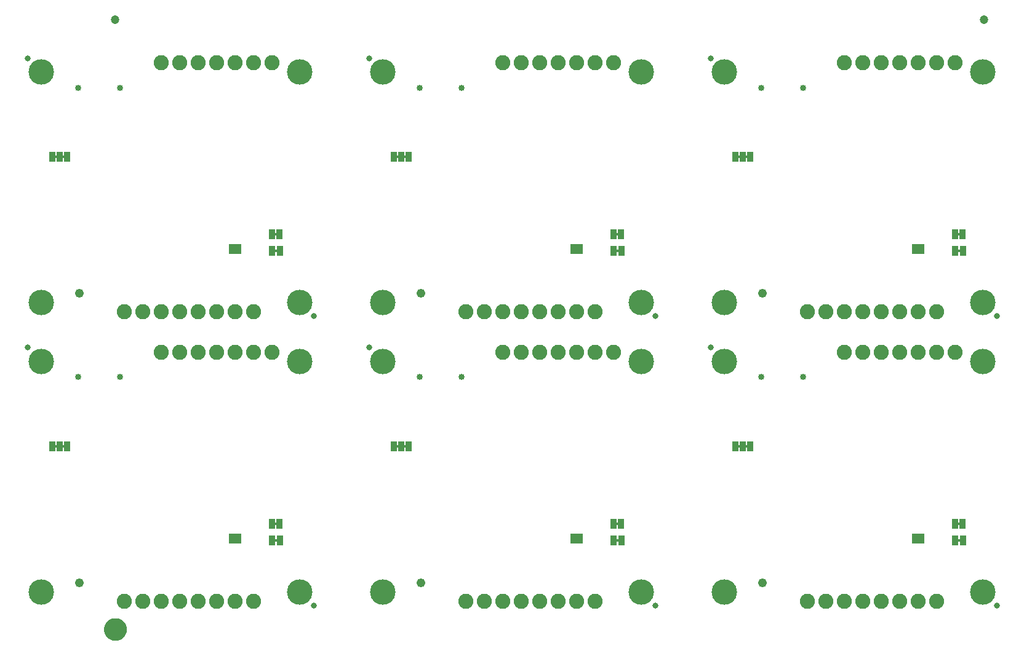
<source format=gbs>
G04 EAGLE Gerber RS-274X export*
G75*
%MOMM*%
%FSLAX34Y34*%
%LPD*%
%INSoldermask Bottom*%
%IPPOS*%
%AMOC8*
5,1,8,0,0,1.08239X$1,22.5*%
G01*
%ADD10C,3.505200*%
%ADD11R,0.863600X1.473200*%
%ADD12C,0.838200*%
%ADD13R,0.838200X1.473200*%
%ADD14C,2.082800*%
%ADD15C,0.853200*%
%ADD16C,1.219200*%
%ADD17C,1.203200*%
%ADD18C,1.270000*%
%ADD19C,1.703200*%

G36*
X987490Y622439D02*
X987490Y622439D01*
X987556Y622441D01*
X987599Y622459D01*
X987646Y622467D01*
X987703Y622501D01*
X987763Y622526D01*
X987798Y622557D01*
X987839Y622582D01*
X987881Y622633D01*
X987929Y622677D01*
X987951Y622719D01*
X987980Y622756D01*
X988001Y622818D01*
X988032Y622877D01*
X988040Y622931D01*
X988052Y622968D01*
X988051Y623008D01*
X988059Y623062D01*
X988059Y625602D01*
X988048Y625667D01*
X988046Y625733D01*
X988028Y625776D01*
X988020Y625823D01*
X987986Y625880D01*
X987961Y625940D01*
X987930Y625975D01*
X987905Y626016D01*
X987854Y626058D01*
X987810Y626106D01*
X987768Y626128D01*
X987731Y626157D01*
X987669Y626178D01*
X987610Y626209D01*
X987556Y626217D01*
X987519Y626229D01*
X987479Y626228D01*
X987425Y626236D01*
X983615Y626236D01*
X983550Y626225D01*
X983484Y626223D01*
X983441Y626205D01*
X983394Y626197D01*
X983337Y626163D01*
X983277Y626138D01*
X983242Y626107D01*
X983201Y626082D01*
X983160Y626031D01*
X983111Y625987D01*
X983089Y625945D01*
X983060Y625908D01*
X983039Y625846D01*
X983008Y625787D01*
X983000Y625733D01*
X982988Y625696D01*
X982988Y625693D01*
X982989Y625656D01*
X982981Y625602D01*
X982981Y623062D01*
X982992Y622997D01*
X982994Y622931D01*
X983012Y622888D01*
X983020Y622841D01*
X983054Y622784D01*
X983079Y622724D01*
X983110Y622689D01*
X983135Y622648D01*
X983186Y622607D01*
X983230Y622558D01*
X983272Y622536D01*
X983309Y622507D01*
X983371Y622486D01*
X983430Y622455D01*
X983484Y622447D01*
X983521Y622435D01*
X983561Y622436D01*
X983615Y622428D01*
X987425Y622428D01*
X987490Y622439D01*
G37*
G36*
X47690Y622439D02*
X47690Y622439D01*
X47756Y622441D01*
X47799Y622459D01*
X47846Y622467D01*
X47903Y622501D01*
X47963Y622526D01*
X47998Y622557D01*
X48039Y622582D01*
X48081Y622633D01*
X48129Y622677D01*
X48151Y622719D01*
X48180Y622756D01*
X48201Y622818D01*
X48232Y622877D01*
X48240Y622931D01*
X48252Y622968D01*
X48251Y623008D01*
X48259Y623062D01*
X48259Y625602D01*
X48248Y625667D01*
X48246Y625733D01*
X48228Y625776D01*
X48220Y625823D01*
X48186Y625880D01*
X48161Y625940D01*
X48130Y625975D01*
X48105Y626016D01*
X48054Y626058D01*
X48010Y626106D01*
X47968Y626128D01*
X47931Y626157D01*
X47869Y626178D01*
X47810Y626209D01*
X47756Y626217D01*
X47719Y626229D01*
X47679Y626228D01*
X47625Y626236D01*
X43815Y626236D01*
X43750Y626225D01*
X43684Y626223D01*
X43641Y626205D01*
X43594Y626197D01*
X43537Y626163D01*
X43477Y626138D01*
X43442Y626107D01*
X43401Y626082D01*
X43360Y626031D01*
X43311Y625987D01*
X43289Y625945D01*
X43260Y625908D01*
X43239Y625846D01*
X43208Y625787D01*
X43200Y625733D01*
X43188Y625696D01*
X43188Y625693D01*
X43189Y625656D01*
X43181Y625602D01*
X43181Y623062D01*
X43192Y622997D01*
X43194Y622931D01*
X43212Y622888D01*
X43220Y622841D01*
X43254Y622784D01*
X43279Y622724D01*
X43310Y622689D01*
X43335Y622648D01*
X43386Y622607D01*
X43430Y622558D01*
X43472Y622536D01*
X43509Y622507D01*
X43571Y622486D01*
X43630Y622455D01*
X43684Y622447D01*
X43721Y622435D01*
X43761Y622436D01*
X43815Y622428D01*
X47625Y622428D01*
X47690Y622439D01*
G37*
G36*
X527750Y622439D02*
X527750Y622439D01*
X527816Y622441D01*
X527859Y622459D01*
X527906Y622467D01*
X527963Y622501D01*
X528023Y622526D01*
X528058Y622557D01*
X528099Y622582D01*
X528141Y622633D01*
X528189Y622677D01*
X528211Y622719D01*
X528240Y622756D01*
X528261Y622818D01*
X528292Y622877D01*
X528300Y622931D01*
X528312Y622968D01*
X528311Y623008D01*
X528319Y623062D01*
X528319Y625602D01*
X528308Y625667D01*
X528306Y625733D01*
X528288Y625776D01*
X528280Y625823D01*
X528246Y625880D01*
X528221Y625940D01*
X528190Y625975D01*
X528165Y626016D01*
X528114Y626058D01*
X528070Y626106D01*
X528028Y626128D01*
X527991Y626157D01*
X527929Y626178D01*
X527870Y626209D01*
X527816Y626217D01*
X527779Y626229D01*
X527739Y626228D01*
X527685Y626236D01*
X523875Y626236D01*
X523810Y626225D01*
X523744Y626223D01*
X523701Y626205D01*
X523654Y626197D01*
X523597Y626163D01*
X523537Y626138D01*
X523502Y626107D01*
X523461Y626082D01*
X523420Y626031D01*
X523371Y625987D01*
X523349Y625945D01*
X523320Y625908D01*
X523299Y625846D01*
X523268Y625787D01*
X523260Y625733D01*
X523248Y625696D01*
X523248Y625693D01*
X523249Y625656D01*
X523241Y625602D01*
X523241Y623062D01*
X523252Y622997D01*
X523254Y622931D01*
X523272Y622888D01*
X523280Y622841D01*
X523314Y622784D01*
X523339Y622724D01*
X523370Y622689D01*
X523395Y622648D01*
X523446Y622607D01*
X523490Y622558D01*
X523532Y622536D01*
X523569Y622507D01*
X523631Y622486D01*
X523690Y622455D01*
X523744Y622447D01*
X523781Y622435D01*
X523821Y622436D01*
X523875Y622428D01*
X527685Y622428D01*
X527750Y622439D01*
G37*
G36*
X57850Y622439D02*
X57850Y622439D01*
X57916Y622441D01*
X57959Y622459D01*
X58006Y622467D01*
X58063Y622501D01*
X58123Y622526D01*
X58158Y622557D01*
X58199Y622582D01*
X58241Y622633D01*
X58289Y622677D01*
X58311Y622719D01*
X58340Y622756D01*
X58361Y622818D01*
X58392Y622877D01*
X58400Y622931D01*
X58412Y622968D01*
X58411Y623008D01*
X58419Y623062D01*
X58419Y625602D01*
X58408Y625667D01*
X58406Y625733D01*
X58388Y625776D01*
X58380Y625823D01*
X58346Y625880D01*
X58321Y625940D01*
X58290Y625975D01*
X58265Y626016D01*
X58214Y626058D01*
X58170Y626106D01*
X58128Y626128D01*
X58091Y626157D01*
X58029Y626178D01*
X57970Y626209D01*
X57916Y626217D01*
X57879Y626229D01*
X57839Y626228D01*
X57785Y626236D01*
X53975Y626236D01*
X53910Y626225D01*
X53844Y626223D01*
X53801Y626205D01*
X53754Y626197D01*
X53697Y626163D01*
X53637Y626138D01*
X53602Y626107D01*
X53561Y626082D01*
X53520Y626031D01*
X53471Y625987D01*
X53449Y625945D01*
X53420Y625908D01*
X53399Y625846D01*
X53368Y625787D01*
X53360Y625733D01*
X53348Y625696D01*
X53348Y625693D01*
X53349Y625656D01*
X53341Y625602D01*
X53341Y623062D01*
X53352Y622997D01*
X53354Y622931D01*
X53372Y622888D01*
X53380Y622841D01*
X53414Y622784D01*
X53439Y622724D01*
X53470Y622689D01*
X53495Y622648D01*
X53546Y622607D01*
X53590Y622558D01*
X53632Y622536D01*
X53669Y622507D01*
X53731Y622486D01*
X53790Y622455D01*
X53844Y622447D01*
X53881Y622435D01*
X53921Y622436D01*
X53975Y622428D01*
X57785Y622428D01*
X57850Y622439D01*
G37*
G36*
X997650Y622439D02*
X997650Y622439D01*
X997716Y622441D01*
X997759Y622459D01*
X997806Y622467D01*
X997863Y622501D01*
X997923Y622526D01*
X997958Y622557D01*
X997999Y622582D01*
X998041Y622633D01*
X998089Y622677D01*
X998111Y622719D01*
X998140Y622756D01*
X998161Y622818D01*
X998192Y622877D01*
X998200Y622931D01*
X998212Y622968D01*
X998211Y623008D01*
X998219Y623062D01*
X998219Y625602D01*
X998208Y625667D01*
X998206Y625733D01*
X998188Y625776D01*
X998180Y625823D01*
X998146Y625880D01*
X998121Y625940D01*
X998090Y625975D01*
X998065Y626016D01*
X998014Y626058D01*
X997970Y626106D01*
X997928Y626128D01*
X997891Y626157D01*
X997829Y626178D01*
X997770Y626209D01*
X997716Y626217D01*
X997679Y626229D01*
X997639Y626228D01*
X997585Y626236D01*
X993775Y626236D01*
X993710Y626225D01*
X993644Y626223D01*
X993601Y626205D01*
X993554Y626197D01*
X993497Y626163D01*
X993437Y626138D01*
X993402Y626107D01*
X993361Y626082D01*
X993320Y626031D01*
X993271Y625987D01*
X993249Y625945D01*
X993220Y625908D01*
X993199Y625846D01*
X993168Y625787D01*
X993160Y625733D01*
X993148Y625696D01*
X993148Y625693D01*
X993149Y625656D01*
X993141Y625602D01*
X993141Y623062D01*
X993152Y622997D01*
X993154Y622931D01*
X993172Y622888D01*
X993180Y622841D01*
X993214Y622784D01*
X993239Y622724D01*
X993270Y622689D01*
X993295Y622648D01*
X993346Y622607D01*
X993390Y622558D01*
X993432Y622536D01*
X993469Y622507D01*
X993531Y622486D01*
X993590Y622455D01*
X993644Y622447D01*
X993681Y622435D01*
X993721Y622436D01*
X993775Y622428D01*
X997585Y622428D01*
X997650Y622439D01*
G37*
G36*
X517590Y622439D02*
X517590Y622439D01*
X517656Y622441D01*
X517699Y622459D01*
X517746Y622467D01*
X517803Y622501D01*
X517863Y622526D01*
X517898Y622557D01*
X517939Y622582D01*
X517981Y622633D01*
X518029Y622677D01*
X518051Y622719D01*
X518080Y622756D01*
X518101Y622818D01*
X518132Y622877D01*
X518140Y622931D01*
X518152Y622968D01*
X518151Y623008D01*
X518159Y623062D01*
X518159Y625602D01*
X518148Y625667D01*
X518146Y625733D01*
X518128Y625776D01*
X518120Y625823D01*
X518086Y625880D01*
X518061Y625940D01*
X518030Y625975D01*
X518005Y626016D01*
X517954Y626058D01*
X517910Y626106D01*
X517868Y626128D01*
X517831Y626157D01*
X517769Y626178D01*
X517710Y626209D01*
X517656Y626217D01*
X517619Y626229D01*
X517579Y626228D01*
X517525Y626236D01*
X513715Y626236D01*
X513650Y626225D01*
X513584Y626223D01*
X513541Y626205D01*
X513494Y626197D01*
X513437Y626163D01*
X513377Y626138D01*
X513342Y626107D01*
X513301Y626082D01*
X513260Y626031D01*
X513211Y625987D01*
X513189Y625945D01*
X513160Y625908D01*
X513139Y625846D01*
X513108Y625787D01*
X513100Y625733D01*
X513088Y625696D01*
X513088Y625693D01*
X513089Y625656D01*
X513081Y625602D01*
X513081Y623062D01*
X513092Y622997D01*
X513094Y622931D01*
X513112Y622888D01*
X513120Y622841D01*
X513154Y622784D01*
X513179Y622724D01*
X513210Y622689D01*
X513235Y622648D01*
X513286Y622607D01*
X513330Y622558D01*
X513372Y622536D01*
X513409Y622507D01*
X513471Y622486D01*
X513530Y622455D01*
X513584Y622447D01*
X513621Y622435D01*
X513661Y622436D01*
X513715Y622428D01*
X517525Y622428D01*
X517590Y622439D01*
G37*
G36*
X1289750Y515759D02*
X1289750Y515759D01*
X1289816Y515761D01*
X1289859Y515779D01*
X1289906Y515787D01*
X1289963Y515821D01*
X1290023Y515846D01*
X1290058Y515877D01*
X1290099Y515902D01*
X1290141Y515953D01*
X1290189Y515997D01*
X1290211Y516039D01*
X1290240Y516076D01*
X1290261Y516138D01*
X1290292Y516197D01*
X1290300Y516251D01*
X1290312Y516288D01*
X1290311Y516328D01*
X1290319Y516382D01*
X1290319Y518922D01*
X1290308Y518987D01*
X1290306Y519053D01*
X1290288Y519096D01*
X1290280Y519143D01*
X1290246Y519200D01*
X1290221Y519260D01*
X1290190Y519295D01*
X1290165Y519336D01*
X1290114Y519378D01*
X1290070Y519426D01*
X1290028Y519448D01*
X1289991Y519477D01*
X1289929Y519498D01*
X1289870Y519529D01*
X1289816Y519537D01*
X1289779Y519549D01*
X1289739Y519548D01*
X1289685Y519556D01*
X1285875Y519556D01*
X1285810Y519545D01*
X1285744Y519543D01*
X1285701Y519525D01*
X1285654Y519517D01*
X1285597Y519483D01*
X1285537Y519458D01*
X1285502Y519427D01*
X1285461Y519402D01*
X1285420Y519351D01*
X1285371Y519307D01*
X1285349Y519265D01*
X1285320Y519228D01*
X1285299Y519166D01*
X1285268Y519107D01*
X1285260Y519053D01*
X1285248Y519016D01*
X1285248Y519013D01*
X1285249Y518976D01*
X1285241Y518922D01*
X1285241Y516382D01*
X1285252Y516317D01*
X1285254Y516251D01*
X1285272Y516208D01*
X1285280Y516161D01*
X1285314Y516104D01*
X1285339Y516044D01*
X1285370Y516009D01*
X1285395Y515968D01*
X1285446Y515927D01*
X1285490Y515878D01*
X1285532Y515856D01*
X1285569Y515827D01*
X1285631Y515806D01*
X1285690Y515775D01*
X1285744Y515767D01*
X1285781Y515755D01*
X1285821Y515756D01*
X1285875Y515748D01*
X1289685Y515748D01*
X1289750Y515759D01*
G37*
G36*
X349950Y515759D02*
X349950Y515759D01*
X350016Y515761D01*
X350059Y515779D01*
X350106Y515787D01*
X350163Y515821D01*
X350223Y515846D01*
X350258Y515877D01*
X350299Y515902D01*
X350341Y515953D01*
X350389Y515997D01*
X350411Y516039D01*
X350440Y516076D01*
X350461Y516138D01*
X350492Y516197D01*
X350500Y516251D01*
X350512Y516288D01*
X350511Y516328D01*
X350519Y516382D01*
X350519Y518922D01*
X350508Y518987D01*
X350506Y519053D01*
X350488Y519096D01*
X350480Y519143D01*
X350446Y519200D01*
X350421Y519260D01*
X350390Y519295D01*
X350365Y519336D01*
X350314Y519378D01*
X350270Y519426D01*
X350228Y519448D01*
X350191Y519477D01*
X350129Y519498D01*
X350070Y519529D01*
X350016Y519537D01*
X349979Y519549D01*
X349939Y519548D01*
X349885Y519556D01*
X346075Y519556D01*
X346010Y519545D01*
X345944Y519543D01*
X345901Y519525D01*
X345854Y519517D01*
X345797Y519483D01*
X345737Y519458D01*
X345702Y519427D01*
X345661Y519402D01*
X345620Y519351D01*
X345571Y519307D01*
X345549Y519265D01*
X345520Y519228D01*
X345499Y519166D01*
X345468Y519107D01*
X345460Y519053D01*
X345448Y519016D01*
X345448Y519013D01*
X345449Y518976D01*
X345441Y518922D01*
X345441Y516382D01*
X345452Y516317D01*
X345454Y516251D01*
X345472Y516208D01*
X345480Y516161D01*
X345514Y516104D01*
X345539Y516044D01*
X345570Y516009D01*
X345595Y515968D01*
X345646Y515927D01*
X345690Y515878D01*
X345732Y515856D01*
X345769Y515827D01*
X345831Y515806D01*
X345890Y515775D01*
X345944Y515767D01*
X345981Y515755D01*
X346021Y515756D01*
X346075Y515748D01*
X349885Y515748D01*
X349950Y515759D01*
G37*
G36*
X819850Y515759D02*
X819850Y515759D01*
X819916Y515761D01*
X819959Y515779D01*
X820006Y515787D01*
X820063Y515821D01*
X820123Y515846D01*
X820158Y515877D01*
X820199Y515902D01*
X820241Y515953D01*
X820289Y515997D01*
X820311Y516039D01*
X820340Y516076D01*
X820361Y516138D01*
X820392Y516197D01*
X820400Y516251D01*
X820412Y516288D01*
X820411Y516328D01*
X820419Y516382D01*
X820419Y518922D01*
X820408Y518987D01*
X820406Y519053D01*
X820388Y519096D01*
X820380Y519143D01*
X820346Y519200D01*
X820321Y519260D01*
X820290Y519295D01*
X820265Y519336D01*
X820214Y519378D01*
X820170Y519426D01*
X820128Y519448D01*
X820091Y519477D01*
X820029Y519498D01*
X819970Y519529D01*
X819916Y519537D01*
X819879Y519549D01*
X819839Y519548D01*
X819785Y519556D01*
X815975Y519556D01*
X815910Y519545D01*
X815844Y519543D01*
X815801Y519525D01*
X815754Y519517D01*
X815697Y519483D01*
X815637Y519458D01*
X815602Y519427D01*
X815561Y519402D01*
X815520Y519351D01*
X815471Y519307D01*
X815449Y519265D01*
X815420Y519228D01*
X815399Y519166D01*
X815368Y519107D01*
X815360Y519053D01*
X815348Y519016D01*
X815348Y519013D01*
X815349Y518976D01*
X815341Y518922D01*
X815341Y516382D01*
X815352Y516317D01*
X815354Y516251D01*
X815372Y516208D01*
X815380Y516161D01*
X815414Y516104D01*
X815439Y516044D01*
X815470Y516009D01*
X815495Y515968D01*
X815546Y515927D01*
X815590Y515878D01*
X815632Y515856D01*
X815669Y515827D01*
X815731Y515806D01*
X815790Y515775D01*
X815844Y515767D01*
X815881Y515755D01*
X815921Y515756D01*
X815975Y515748D01*
X819785Y515748D01*
X819850Y515759D01*
G37*
G36*
X1290004Y492899D02*
X1290004Y492899D01*
X1290070Y492901D01*
X1290113Y492919D01*
X1290160Y492927D01*
X1290217Y492961D01*
X1290277Y492986D01*
X1290312Y493017D01*
X1290353Y493042D01*
X1290395Y493093D01*
X1290443Y493137D01*
X1290465Y493179D01*
X1290494Y493216D01*
X1290515Y493278D01*
X1290546Y493337D01*
X1290554Y493391D01*
X1290566Y493428D01*
X1290565Y493468D01*
X1290573Y493522D01*
X1290573Y496062D01*
X1290562Y496127D01*
X1290560Y496193D01*
X1290542Y496236D01*
X1290534Y496283D01*
X1290500Y496340D01*
X1290475Y496400D01*
X1290444Y496435D01*
X1290419Y496476D01*
X1290368Y496518D01*
X1290324Y496566D01*
X1290282Y496588D01*
X1290245Y496617D01*
X1290183Y496638D01*
X1290124Y496669D01*
X1290070Y496677D01*
X1290033Y496689D01*
X1289993Y496688D01*
X1289939Y496696D01*
X1286129Y496696D01*
X1286064Y496685D01*
X1285998Y496683D01*
X1285955Y496665D01*
X1285908Y496657D01*
X1285851Y496623D01*
X1285791Y496598D01*
X1285756Y496567D01*
X1285715Y496542D01*
X1285674Y496491D01*
X1285625Y496447D01*
X1285603Y496405D01*
X1285574Y496368D01*
X1285553Y496306D01*
X1285522Y496247D01*
X1285514Y496193D01*
X1285502Y496156D01*
X1285502Y496153D01*
X1285503Y496116D01*
X1285495Y496062D01*
X1285495Y493522D01*
X1285506Y493457D01*
X1285508Y493391D01*
X1285526Y493348D01*
X1285534Y493301D01*
X1285568Y493244D01*
X1285593Y493184D01*
X1285624Y493149D01*
X1285649Y493108D01*
X1285700Y493067D01*
X1285744Y493018D01*
X1285786Y492996D01*
X1285823Y492967D01*
X1285885Y492946D01*
X1285944Y492915D01*
X1285998Y492907D01*
X1286035Y492895D01*
X1286075Y492896D01*
X1286129Y492888D01*
X1289939Y492888D01*
X1290004Y492899D01*
G37*
G36*
X350204Y492899D02*
X350204Y492899D01*
X350270Y492901D01*
X350313Y492919D01*
X350360Y492927D01*
X350417Y492961D01*
X350477Y492986D01*
X350512Y493017D01*
X350553Y493042D01*
X350595Y493093D01*
X350643Y493137D01*
X350665Y493179D01*
X350694Y493216D01*
X350715Y493278D01*
X350746Y493337D01*
X350754Y493391D01*
X350766Y493428D01*
X350765Y493468D01*
X350773Y493522D01*
X350773Y496062D01*
X350762Y496127D01*
X350760Y496193D01*
X350742Y496236D01*
X350734Y496283D01*
X350700Y496340D01*
X350675Y496400D01*
X350644Y496435D01*
X350619Y496476D01*
X350568Y496518D01*
X350524Y496566D01*
X350482Y496588D01*
X350445Y496617D01*
X350383Y496638D01*
X350324Y496669D01*
X350270Y496677D01*
X350233Y496689D01*
X350193Y496688D01*
X350139Y496696D01*
X346329Y496696D01*
X346264Y496685D01*
X346198Y496683D01*
X346155Y496665D01*
X346108Y496657D01*
X346051Y496623D01*
X345991Y496598D01*
X345956Y496567D01*
X345915Y496542D01*
X345874Y496491D01*
X345825Y496447D01*
X345803Y496405D01*
X345774Y496368D01*
X345753Y496306D01*
X345722Y496247D01*
X345714Y496193D01*
X345702Y496156D01*
X345702Y496153D01*
X345703Y496116D01*
X345695Y496062D01*
X345695Y493522D01*
X345706Y493457D01*
X345708Y493391D01*
X345726Y493348D01*
X345734Y493301D01*
X345768Y493244D01*
X345793Y493184D01*
X345824Y493149D01*
X345849Y493108D01*
X345900Y493067D01*
X345944Y493018D01*
X345986Y492996D01*
X346023Y492967D01*
X346085Y492946D01*
X346144Y492915D01*
X346198Y492907D01*
X346235Y492895D01*
X346275Y492896D01*
X346329Y492888D01*
X350139Y492888D01*
X350204Y492899D01*
G37*
G36*
X820104Y492899D02*
X820104Y492899D01*
X820170Y492901D01*
X820213Y492919D01*
X820260Y492927D01*
X820317Y492961D01*
X820377Y492986D01*
X820412Y493017D01*
X820453Y493042D01*
X820495Y493093D01*
X820543Y493137D01*
X820565Y493179D01*
X820594Y493216D01*
X820615Y493278D01*
X820646Y493337D01*
X820654Y493391D01*
X820666Y493428D01*
X820665Y493468D01*
X820673Y493522D01*
X820673Y496062D01*
X820662Y496127D01*
X820660Y496193D01*
X820642Y496236D01*
X820634Y496283D01*
X820600Y496340D01*
X820575Y496400D01*
X820544Y496435D01*
X820519Y496476D01*
X820468Y496518D01*
X820424Y496566D01*
X820382Y496588D01*
X820345Y496617D01*
X820283Y496638D01*
X820224Y496669D01*
X820170Y496677D01*
X820133Y496689D01*
X820093Y496688D01*
X820039Y496696D01*
X816229Y496696D01*
X816164Y496685D01*
X816098Y496683D01*
X816055Y496665D01*
X816008Y496657D01*
X815951Y496623D01*
X815891Y496598D01*
X815856Y496567D01*
X815815Y496542D01*
X815774Y496491D01*
X815725Y496447D01*
X815703Y496405D01*
X815674Y496368D01*
X815653Y496306D01*
X815622Y496247D01*
X815614Y496193D01*
X815602Y496156D01*
X815602Y496153D01*
X815603Y496116D01*
X815595Y496062D01*
X815595Y493522D01*
X815606Y493457D01*
X815608Y493391D01*
X815626Y493348D01*
X815634Y493301D01*
X815668Y493244D01*
X815693Y493184D01*
X815724Y493149D01*
X815749Y493108D01*
X815800Y493067D01*
X815844Y493018D01*
X815886Y492996D01*
X815923Y492967D01*
X815985Y492946D01*
X816044Y492915D01*
X816098Y492907D01*
X816135Y492895D01*
X816175Y492896D01*
X816229Y492888D01*
X820039Y492888D01*
X820104Y492899D01*
G37*
G36*
X987490Y223913D02*
X987490Y223913D01*
X987556Y223915D01*
X987599Y223933D01*
X987646Y223941D01*
X987703Y223975D01*
X987763Y224000D01*
X987798Y224031D01*
X987839Y224056D01*
X987881Y224107D01*
X987929Y224151D01*
X987951Y224193D01*
X987980Y224230D01*
X988001Y224292D01*
X988032Y224351D01*
X988040Y224405D01*
X988052Y224442D01*
X988051Y224482D01*
X988059Y224536D01*
X988059Y227076D01*
X988048Y227141D01*
X988046Y227207D01*
X988028Y227250D01*
X988020Y227297D01*
X987986Y227354D01*
X987961Y227414D01*
X987930Y227449D01*
X987905Y227490D01*
X987854Y227532D01*
X987810Y227580D01*
X987768Y227602D01*
X987731Y227631D01*
X987669Y227652D01*
X987610Y227683D01*
X987556Y227691D01*
X987519Y227703D01*
X987479Y227702D01*
X987425Y227710D01*
X983615Y227710D01*
X983550Y227699D01*
X983484Y227697D01*
X983441Y227679D01*
X983394Y227671D01*
X983337Y227637D01*
X983277Y227612D01*
X983242Y227581D01*
X983201Y227556D01*
X983160Y227505D01*
X983111Y227461D01*
X983089Y227419D01*
X983060Y227382D01*
X983039Y227320D01*
X983008Y227261D01*
X983000Y227207D01*
X982988Y227170D01*
X982988Y227167D01*
X982989Y227130D01*
X982981Y227076D01*
X982981Y224536D01*
X982992Y224471D01*
X982994Y224405D01*
X983012Y224362D01*
X983020Y224315D01*
X983054Y224258D01*
X983079Y224198D01*
X983110Y224163D01*
X983135Y224122D01*
X983186Y224081D01*
X983230Y224032D01*
X983272Y224010D01*
X983309Y223981D01*
X983371Y223960D01*
X983430Y223929D01*
X983484Y223921D01*
X983521Y223909D01*
X983561Y223910D01*
X983615Y223902D01*
X987425Y223902D01*
X987490Y223913D01*
G37*
G36*
X997650Y223913D02*
X997650Y223913D01*
X997716Y223915D01*
X997759Y223933D01*
X997806Y223941D01*
X997863Y223975D01*
X997923Y224000D01*
X997958Y224031D01*
X997999Y224056D01*
X998041Y224107D01*
X998089Y224151D01*
X998111Y224193D01*
X998140Y224230D01*
X998161Y224292D01*
X998192Y224351D01*
X998200Y224405D01*
X998212Y224442D01*
X998211Y224482D01*
X998219Y224536D01*
X998219Y227076D01*
X998208Y227141D01*
X998206Y227207D01*
X998188Y227250D01*
X998180Y227297D01*
X998146Y227354D01*
X998121Y227414D01*
X998090Y227449D01*
X998065Y227490D01*
X998014Y227532D01*
X997970Y227580D01*
X997928Y227602D01*
X997891Y227631D01*
X997829Y227652D01*
X997770Y227683D01*
X997716Y227691D01*
X997679Y227703D01*
X997639Y227702D01*
X997585Y227710D01*
X993775Y227710D01*
X993710Y227699D01*
X993644Y227697D01*
X993601Y227679D01*
X993554Y227671D01*
X993497Y227637D01*
X993437Y227612D01*
X993402Y227581D01*
X993361Y227556D01*
X993320Y227505D01*
X993271Y227461D01*
X993249Y227419D01*
X993220Y227382D01*
X993199Y227320D01*
X993168Y227261D01*
X993160Y227207D01*
X993148Y227170D01*
X993148Y227167D01*
X993149Y227130D01*
X993141Y227076D01*
X993141Y224536D01*
X993152Y224471D01*
X993154Y224405D01*
X993172Y224362D01*
X993180Y224315D01*
X993214Y224258D01*
X993239Y224198D01*
X993270Y224163D01*
X993295Y224122D01*
X993346Y224081D01*
X993390Y224032D01*
X993432Y224010D01*
X993469Y223981D01*
X993531Y223960D01*
X993590Y223929D01*
X993644Y223921D01*
X993681Y223909D01*
X993721Y223910D01*
X993775Y223902D01*
X997585Y223902D01*
X997650Y223913D01*
G37*
G36*
X527750Y223913D02*
X527750Y223913D01*
X527816Y223915D01*
X527859Y223933D01*
X527906Y223941D01*
X527963Y223975D01*
X528023Y224000D01*
X528058Y224031D01*
X528099Y224056D01*
X528141Y224107D01*
X528189Y224151D01*
X528211Y224193D01*
X528240Y224230D01*
X528261Y224292D01*
X528292Y224351D01*
X528300Y224405D01*
X528312Y224442D01*
X528311Y224482D01*
X528319Y224536D01*
X528319Y227076D01*
X528308Y227141D01*
X528306Y227207D01*
X528288Y227250D01*
X528280Y227297D01*
X528246Y227354D01*
X528221Y227414D01*
X528190Y227449D01*
X528165Y227490D01*
X528114Y227532D01*
X528070Y227580D01*
X528028Y227602D01*
X527991Y227631D01*
X527929Y227652D01*
X527870Y227683D01*
X527816Y227691D01*
X527779Y227703D01*
X527739Y227702D01*
X527685Y227710D01*
X523875Y227710D01*
X523810Y227699D01*
X523744Y227697D01*
X523701Y227679D01*
X523654Y227671D01*
X523597Y227637D01*
X523537Y227612D01*
X523502Y227581D01*
X523461Y227556D01*
X523420Y227505D01*
X523371Y227461D01*
X523349Y227419D01*
X523320Y227382D01*
X523299Y227320D01*
X523268Y227261D01*
X523260Y227207D01*
X523248Y227170D01*
X523248Y227167D01*
X523249Y227130D01*
X523241Y227076D01*
X523241Y224536D01*
X523252Y224471D01*
X523254Y224405D01*
X523272Y224362D01*
X523280Y224315D01*
X523314Y224258D01*
X523339Y224198D01*
X523370Y224163D01*
X523395Y224122D01*
X523446Y224081D01*
X523490Y224032D01*
X523532Y224010D01*
X523569Y223981D01*
X523631Y223960D01*
X523690Y223929D01*
X523744Y223921D01*
X523781Y223909D01*
X523821Y223910D01*
X523875Y223902D01*
X527685Y223902D01*
X527750Y223913D01*
G37*
G36*
X517590Y223913D02*
X517590Y223913D01*
X517656Y223915D01*
X517699Y223933D01*
X517746Y223941D01*
X517803Y223975D01*
X517863Y224000D01*
X517898Y224031D01*
X517939Y224056D01*
X517981Y224107D01*
X518029Y224151D01*
X518051Y224193D01*
X518080Y224230D01*
X518101Y224292D01*
X518132Y224351D01*
X518140Y224405D01*
X518152Y224442D01*
X518151Y224482D01*
X518159Y224536D01*
X518159Y227076D01*
X518148Y227141D01*
X518146Y227207D01*
X518128Y227250D01*
X518120Y227297D01*
X518086Y227354D01*
X518061Y227414D01*
X518030Y227449D01*
X518005Y227490D01*
X517954Y227532D01*
X517910Y227580D01*
X517868Y227602D01*
X517831Y227631D01*
X517769Y227652D01*
X517710Y227683D01*
X517656Y227691D01*
X517619Y227703D01*
X517579Y227702D01*
X517525Y227710D01*
X513715Y227710D01*
X513650Y227699D01*
X513584Y227697D01*
X513541Y227679D01*
X513494Y227671D01*
X513437Y227637D01*
X513377Y227612D01*
X513342Y227581D01*
X513301Y227556D01*
X513260Y227505D01*
X513211Y227461D01*
X513189Y227419D01*
X513160Y227382D01*
X513139Y227320D01*
X513108Y227261D01*
X513100Y227207D01*
X513088Y227170D01*
X513088Y227167D01*
X513089Y227130D01*
X513081Y227076D01*
X513081Y224536D01*
X513092Y224471D01*
X513094Y224405D01*
X513112Y224362D01*
X513120Y224315D01*
X513154Y224258D01*
X513179Y224198D01*
X513210Y224163D01*
X513235Y224122D01*
X513286Y224081D01*
X513330Y224032D01*
X513372Y224010D01*
X513409Y223981D01*
X513471Y223960D01*
X513530Y223929D01*
X513584Y223921D01*
X513621Y223909D01*
X513661Y223910D01*
X513715Y223902D01*
X517525Y223902D01*
X517590Y223913D01*
G37*
G36*
X57850Y223913D02*
X57850Y223913D01*
X57916Y223915D01*
X57959Y223933D01*
X58006Y223941D01*
X58063Y223975D01*
X58123Y224000D01*
X58158Y224031D01*
X58199Y224056D01*
X58241Y224107D01*
X58289Y224151D01*
X58311Y224193D01*
X58340Y224230D01*
X58361Y224292D01*
X58392Y224351D01*
X58400Y224405D01*
X58412Y224442D01*
X58411Y224482D01*
X58419Y224536D01*
X58419Y227076D01*
X58408Y227141D01*
X58406Y227207D01*
X58388Y227250D01*
X58380Y227297D01*
X58346Y227354D01*
X58321Y227414D01*
X58290Y227449D01*
X58265Y227490D01*
X58214Y227532D01*
X58170Y227580D01*
X58128Y227602D01*
X58091Y227631D01*
X58029Y227652D01*
X57970Y227683D01*
X57916Y227691D01*
X57879Y227703D01*
X57839Y227702D01*
X57785Y227710D01*
X53975Y227710D01*
X53910Y227699D01*
X53844Y227697D01*
X53801Y227679D01*
X53754Y227671D01*
X53697Y227637D01*
X53637Y227612D01*
X53602Y227581D01*
X53561Y227556D01*
X53520Y227505D01*
X53471Y227461D01*
X53449Y227419D01*
X53420Y227382D01*
X53399Y227320D01*
X53368Y227261D01*
X53360Y227207D01*
X53348Y227170D01*
X53348Y227167D01*
X53349Y227130D01*
X53341Y227076D01*
X53341Y224536D01*
X53352Y224471D01*
X53354Y224405D01*
X53372Y224362D01*
X53380Y224315D01*
X53414Y224258D01*
X53439Y224198D01*
X53470Y224163D01*
X53495Y224122D01*
X53546Y224081D01*
X53590Y224032D01*
X53632Y224010D01*
X53669Y223981D01*
X53731Y223960D01*
X53790Y223929D01*
X53844Y223921D01*
X53881Y223909D01*
X53921Y223910D01*
X53975Y223902D01*
X57785Y223902D01*
X57850Y223913D01*
G37*
G36*
X47690Y223913D02*
X47690Y223913D01*
X47756Y223915D01*
X47799Y223933D01*
X47846Y223941D01*
X47903Y223975D01*
X47963Y224000D01*
X47998Y224031D01*
X48039Y224056D01*
X48081Y224107D01*
X48129Y224151D01*
X48151Y224193D01*
X48180Y224230D01*
X48201Y224292D01*
X48232Y224351D01*
X48240Y224405D01*
X48252Y224442D01*
X48251Y224482D01*
X48259Y224536D01*
X48259Y227076D01*
X48248Y227141D01*
X48246Y227207D01*
X48228Y227250D01*
X48220Y227297D01*
X48186Y227354D01*
X48161Y227414D01*
X48130Y227449D01*
X48105Y227490D01*
X48054Y227532D01*
X48010Y227580D01*
X47968Y227602D01*
X47931Y227631D01*
X47869Y227652D01*
X47810Y227683D01*
X47756Y227691D01*
X47719Y227703D01*
X47679Y227702D01*
X47625Y227710D01*
X43815Y227710D01*
X43750Y227699D01*
X43684Y227697D01*
X43641Y227679D01*
X43594Y227671D01*
X43537Y227637D01*
X43477Y227612D01*
X43442Y227581D01*
X43401Y227556D01*
X43360Y227505D01*
X43311Y227461D01*
X43289Y227419D01*
X43260Y227382D01*
X43239Y227320D01*
X43208Y227261D01*
X43200Y227207D01*
X43188Y227170D01*
X43188Y227167D01*
X43189Y227130D01*
X43181Y227076D01*
X43181Y224536D01*
X43192Y224471D01*
X43194Y224405D01*
X43212Y224362D01*
X43220Y224315D01*
X43254Y224258D01*
X43279Y224198D01*
X43310Y224163D01*
X43335Y224122D01*
X43386Y224081D01*
X43430Y224032D01*
X43472Y224010D01*
X43509Y223981D01*
X43571Y223960D01*
X43630Y223929D01*
X43684Y223921D01*
X43721Y223909D01*
X43761Y223910D01*
X43815Y223902D01*
X47625Y223902D01*
X47690Y223913D01*
G37*
G36*
X1289750Y117233D02*
X1289750Y117233D01*
X1289816Y117235D01*
X1289859Y117253D01*
X1289906Y117261D01*
X1289963Y117295D01*
X1290023Y117320D01*
X1290058Y117351D01*
X1290099Y117376D01*
X1290141Y117427D01*
X1290189Y117471D01*
X1290211Y117513D01*
X1290240Y117550D01*
X1290261Y117612D01*
X1290292Y117671D01*
X1290300Y117725D01*
X1290312Y117762D01*
X1290311Y117802D01*
X1290319Y117856D01*
X1290319Y120396D01*
X1290308Y120461D01*
X1290306Y120527D01*
X1290288Y120570D01*
X1290280Y120617D01*
X1290246Y120674D01*
X1290221Y120734D01*
X1290190Y120769D01*
X1290165Y120810D01*
X1290114Y120852D01*
X1290070Y120900D01*
X1290028Y120922D01*
X1289991Y120951D01*
X1289929Y120972D01*
X1289870Y121003D01*
X1289816Y121011D01*
X1289779Y121023D01*
X1289739Y121022D01*
X1289685Y121030D01*
X1285875Y121030D01*
X1285810Y121019D01*
X1285744Y121017D01*
X1285701Y120999D01*
X1285654Y120991D01*
X1285597Y120957D01*
X1285537Y120932D01*
X1285502Y120901D01*
X1285461Y120876D01*
X1285420Y120825D01*
X1285371Y120781D01*
X1285349Y120739D01*
X1285320Y120702D01*
X1285299Y120640D01*
X1285268Y120581D01*
X1285260Y120527D01*
X1285248Y120490D01*
X1285248Y120487D01*
X1285249Y120450D01*
X1285241Y120396D01*
X1285241Y117856D01*
X1285252Y117791D01*
X1285254Y117725D01*
X1285272Y117682D01*
X1285280Y117635D01*
X1285314Y117578D01*
X1285339Y117518D01*
X1285370Y117483D01*
X1285395Y117442D01*
X1285446Y117401D01*
X1285490Y117352D01*
X1285532Y117330D01*
X1285569Y117301D01*
X1285631Y117280D01*
X1285690Y117249D01*
X1285744Y117241D01*
X1285781Y117229D01*
X1285821Y117230D01*
X1285875Y117222D01*
X1289685Y117222D01*
X1289750Y117233D01*
G37*
G36*
X349950Y117233D02*
X349950Y117233D01*
X350016Y117235D01*
X350059Y117253D01*
X350106Y117261D01*
X350163Y117295D01*
X350223Y117320D01*
X350258Y117351D01*
X350299Y117376D01*
X350341Y117427D01*
X350389Y117471D01*
X350411Y117513D01*
X350440Y117550D01*
X350461Y117612D01*
X350492Y117671D01*
X350500Y117725D01*
X350512Y117762D01*
X350511Y117802D01*
X350519Y117856D01*
X350519Y120396D01*
X350508Y120461D01*
X350506Y120527D01*
X350488Y120570D01*
X350480Y120617D01*
X350446Y120674D01*
X350421Y120734D01*
X350390Y120769D01*
X350365Y120810D01*
X350314Y120852D01*
X350270Y120900D01*
X350228Y120922D01*
X350191Y120951D01*
X350129Y120972D01*
X350070Y121003D01*
X350016Y121011D01*
X349979Y121023D01*
X349939Y121022D01*
X349885Y121030D01*
X346075Y121030D01*
X346010Y121019D01*
X345944Y121017D01*
X345901Y120999D01*
X345854Y120991D01*
X345797Y120957D01*
X345737Y120932D01*
X345702Y120901D01*
X345661Y120876D01*
X345620Y120825D01*
X345571Y120781D01*
X345549Y120739D01*
X345520Y120702D01*
X345499Y120640D01*
X345468Y120581D01*
X345460Y120527D01*
X345448Y120490D01*
X345448Y120487D01*
X345449Y120450D01*
X345441Y120396D01*
X345441Y117856D01*
X345452Y117791D01*
X345454Y117725D01*
X345472Y117682D01*
X345480Y117635D01*
X345514Y117578D01*
X345539Y117518D01*
X345570Y117483D01*
X345595Y117442D01*
X345646Y117401D01*
X345690Y117352D01*
X345732Y117330D01*
X345769Y117301D01*
X345831Y117280D01*
X345890Y117249D01*
X345944Y117241D01*
X345981Y117229D01*
X346021Y117230D01*
X346075Y117222D01*
X349885Y117222D01*
X349950Y117233D01*
G37*
G36*
X819850Y117233D02*
X819850Y117233D01*
X819916Y117235D01*
X819959Y117253D01*
X820006Y117261D01*
X820063Y117295D01*
X820123Y117320D01*
X820158Y117351D01*
X820199Y117376D01*
X820241Y117427D01*
X820289Y117471D01*
X820311Y117513D01*
X820340Y117550D01*
X820361Y117612D01*
X820392Y117671D01*
X820400Y117725D01*
X820412Y117762D01*
X820411Y117802D01*
X820419Y117856D01*
X820419Y120396D01*
X820408Y120461D01*
X820406Y120527D01*
X820388Y120570D01*
X820380Y120617D01*
X820346Y120674D01*
X820321Y120734D01*
X820290Y120769D01*
X820265Y120810D01*
X820214Y120852D01*
X820170Y120900D01*
X820128Y120922D01*
X820091Y120951D01*
X820029Y120972D01*
X819970Y121003D01*
X819916Y121011D01*
X819879Y121023D01*
X819839Y121022D01*
X819785Y121030D01*
X815975Y121030D01*
X815910Y121019D01*
X815844Y121017D01*
X815801Y120999D01*
X815754Y120991D01*
X815697Y120957D01*
X815637Y120932D01*
X815602Y120901D01*
X815561Y120876D01*
X815520Y120825D01*
X815471Y120781D01*
X815449Y120739D01*
X815420Y120702D01*
X815399Y120640D01*
X815368Y120581D01*
X815360Y120527D01*
X815348Y120490D01*
X815348Y120487D01*
X815349Y120450D01*
X815341Y120396D01*
X815341Y117856D01*
X815352Y117791D01*
X815354Y117725D01*
X815372Y117682D01*
X815380Y117635D01*
X815414Y117578D01*
X815439Y117518D01*
X815470Y117483D01*
X815495Y117442D01*
X815546Y117401D01*
X815590Y117352D01*
X815632Y117330D01*
X815669Y117301D01*
X815731Y117280D01*
X815790Y117249D01*
X815844Y117241D01*
X815881Y117229D01*
X815921Y117230D01*
X815975Y117222D01*
X819785Y117222D01*
X819850Y117233D01*
G37*
G36*
X820104Y94373D02*
X820104Y94373D01*
X820170Y94375D01*
X820213Y94393D01*
X820260Y94401D01*
X820317Y94435D01*
X820377Y94460D01*
X820412Y94491D01*
X820453Y94516D01*
X820495Y94567D01*
X820543Y94611D01*
X820565Y94653D01*
X820594Y94690D01*
X820615Y94752D01*
X820646Y94811D01*
X820654Y94865D01*
X820666Y94902D01*
X820665Y94942D01*
X820673Y94996D01*
X820673Y97536D01*
X820662Y97601D01*
X820660Y97667D01*
X820642Y97710D01*
X820634Y97757D01*
X820600Y97814D01*
X820575Y97874D01*
X820544Y97909D01*
X820519Y97950D01*
X820468Y97992D01*
X820424Y98040D01*
X820382Y98062D01*
X820345Y98091D01*
X820283Y98112D01*
X820224Y98143D01*
X820170Y98151D01*
X820133Y98163D01*
X820093Y98162D01*
X820039Y98170D01*
X816229Y98170D01*
X816164Y98159D01*
X816098Y98157D01*
X816055Y98139D01*
X816008Y98131D01*
X815951Y98097D01*
X815891Y98072D01*
X815856Y98041D01*
X815815Y98016D01*
X815774Y97965D01*
X815725Y97921D01*
X815703Y97879D01*
X815674Y97842D01*
X815653Y97780D01*
X815622Y97721D01*
X815614Y97667D01*
X815602Y97630D01*
X815602Y97627D01*
X815603Y97590D01*
X815595Y97536D01*
X815595Y94996D01*
X815606Y94931D01*
X815608Y94865D01*
X815626Y94822D01*
X815634Y94775D01*
X815668Y94718D01*
X815693Y94658D01*
X815724Y94623D01*
X815749Y94582D01*
X815800Y94541D01*
X815844Y94492D01*
X815886Y94470D01*
X815923Y94441D01*
X815985Y94420D01*
X816044Y94389D01*
X816098Y94381D01*
X816135Y94369D01*
X816175Y94370D01*
X816229Y94362D01*
X820039Y94362D01*
X820104Y94373D01*
G37*
G36*
X1290004Y94373D02*
X1290004Y94373D01*
X1290070Y94375D01*
X1290113Y94393D01*
X1290160Y94401D01*
X1290217Y94435D01*
X1290277Y94460D01*
X1290312Y94491D01*
X1290353Y94516D01*
X1290395Y94567D01*
X1290443Y94611D01*
X1290465Y94653D01*
X1290494Y94690D01*
X1290515Y94752D01*
X1290546Y94811D01*
X1290554Y94865D01*
X1290566Y94902D01*
X1290565Y94942D01*
X1290573Y94996D01*
X1290573Y97536D01*
X1290562Y97601D01*
X1290560Y97667D01*
X1290542Y97710D01*
X1290534Y97757D01*
X1290500Y97814D01*
X1290475Y97874D01*
X1290444Y97909D01*
X1290419Y97950D01*
X1290368Y97992D01*
X1290324Y98040D01*
X1290282Y98062D01*
X1290245Y98091D01*
X1290183Y98112D01*
X1290124Y98143D01*
X1290070Y98151D01*
X1290033Y98163D01*
X1289993Y98162D01*
X1289939Y98170D01*
X1286129Y98170D01*
X1286064Y98159D01*
X1285998Y98157D01*
X1285955Y98139D01*
X1285908Y98131D01*
X1285851Y98097D01*
X1285791Y98072D01*
X1285756Y98041D01*
X1285715Y98016D01*
X1285674Y97965D01*
X1285625Y97921D01*
X1285603Y97879D01*
X1285574Y97842D01*
X1285553Y97780D01*
X1285522Y97721D01*
X1285514Y97667D01*
X1285502Y97630D01*
X1285502Y97627D01*
X1285503Y97590D01*
X1285495Y97536D01*
X1285495Y94996D01*
X1285506Y94931D01*
X1285508Y94865D01*
X1285526Y94822D01*
X1285534Y94775D01*
X1285568Y94718D01*
X1285593Y94658D01*
X1285624Y94623D01*
X1285649Y94582D01*
X1285700Y94541D01*
X1285744Y94492D01*
X1285786Y94470D01*
X1285823Y94441D01*
X1285885Y94420D01*
X1285944Y94389D01*
X1285998Y94381D01*
X1286035Y94369D01*
X1286075Y94370D01*
X1286129Y94362D01*
X1289939Y94362D01*
X1290004Y94373D01*
G37*
G36*
X350204Y94373D02*
X350204Y94373D01*
X350270Y94375D01*
X350313Y94393D01*
X350360Y94401D01*
X350417Y94435D01*
X350477Y94460D01*
X350512Y94491D01*
X350553Y94516D01*
X350595Y94567D01*
X350643Y94611D01*
X350665Y94653D01*
X350694Y94690D01*
X350715Y94752D01*
X350746Y94811D01*
X350754Y94865D01*
X350766Y94902D01*
X350765Y94942D01*
X350773Y94996D01*
X350773Y97536D01*
X350762Y97601D01*
X350760Y97667D01*
X350742Y97710D01*
X350734Y97757D01*
X350700Y97814D01*
X350675Y97874D01*
X350644Y97909D01*
X350619Y97950D01*
X350568Y97992D01*
X350524Y98040D01*
X350482Y98062D01*
X350445Y98091D01*
X350383Y98112D01*
X350324Y98143D01*
X350270Y98151D01*
X350233Y98163D01*
X350193Y98162D01*
X350139Y98170D01*
X346329Y98170D01*
X346264Y98159D01*
X346198Y98157D01*
X346155Y98139D01*
X346108Y98131D01*
X346051Y98097D01*
X345991Y98072D01*
X345956Y98041D01*
X345915Y98016D01*
X345874Y97965D01*
X345825Y97921D01*
X345803Y97879D01*
X345774Y97842D01*
X345753Y97780D01*
X345722Y97721D01*
X345714Y97667D01*
X345702Y97630D01*
X345702Y97627D01*
X345703Y97590D01*
X345695Y97536D01*
X345695Y94996D01*
X345706Y94931D01*
X345708Y94865D01*
X345726Y94822D01*
X345734Y94775D01*
X345768Y94718D01*
X345793Y94658D01*
X345824Y94623D01*
X345849Y94582D01*
X345900Y94541D01*
X345944Y94492D01*
X345986Y94470D01*
X346023Y94441D01*
X346085Y94420D01*
X346144Y94389D01*
X346198Y94381D01*
X346235Y94369D01*
X346275Y94370D01*
X346329Y94362D01*
X350139Y94362D01*
X350204Y94373D01*
G37*
D10*
X25400Y342646D03*
D11*
X61214Y225806D03*
X50800Y225806D03*
X40386Y225806D03*
X353441Y96266D03*
X343027Y96266D03*
D12*
X400050Y6350D03*
X6350Y361696D03*
D10*
X25400Y25400D03*
X381000Y25400D03*
D13*
X296164Y98806D03*
X288036Y98806D03*
D14*
X215900Y12700D03*
X190500Y12700D03*
X165100Y12700D03*
X139700Y12700D03*
X190500Y355600D03*
X215900Y355600D03*
X241300Y355600D03*
X266700Y355600D03*
X292100Y355600D03*
X317500Y355600D03*
X342900Y355600D03*
D11*
X353187Y119126D03*
X342773Y119126D03*
D14*
X241300Y12700D03*
X266700Y12700D03*
X292100Y12700D03*
X317500Y12700D03*
D15*
X134056Y321028D03*
X76256Y321028D03*
D10*
X381000Y342646D03*
D16*
X77470Y38100D03*
D10*
X495300Y342646D03*
D11*
X531114Y225806D03*
X520700Y225806D03*
X510286Y225806D03*
X823341Y96266D03*
X812927Y96266D03*
D12*
X869950Y6350D03*
X476250Y361696D03*
D10*
X495300Y25400D03*
X850900Y25400D03*
D13*
X766064Y98806D03*
X757936Y98806D03*
D14*
X685800Y12700D03*
X660400Y12700D03*
X635000Y12700D03*
X609600Y12700D03*
X660400Y355600D03*
X685800Y355600D03*
X711200Y355600D03*
X736600Y355600D03*
X762000Y355600D03*
X787400Y355600D03*
X812800Y355600D03*
D11*
X823087Y119126D03*
X812673Y119126D03*
D14*
X711200Y12700D03*
X736600Y12700D03*
X762000Y12700D03*
X787400Y12700D03*
D15*
X603956Y321028D03*
X546156Y321028D03*
D10*
X850900Y342646D03*
D16*
X547370Y38100D03*
D10*
X965200Y342646D03*
D11*
X1001014Y225806D03*
X990600Y225806D03*
X980186Y225806D03*
X1293241Y96266D03*
X1282827Y96266D03*
D12*
X1339850Y6350D03*
X946150Y361696D03*
D10*
X965200Y25400D03*
X1320800Y25400D03*
D13*
X1235964Y98806D03*
X1227836Y98806D03*
D14*
X1155700Y12700D03*
X1130300Y12700D03*
X1104900Y12700D03*
X1079500Y12700D03*
X1130300Y355600D03*
X1155700Y355600D03*
X1181100Y355600D03*
X1206500Y355600D03*
X1231900Y355600D03*
X1257300Y355600D03*
X1282700Y355600D03*
D11*
X1292987Y119126D03*
X1282573Y119126D03*
D14*
X1181100Y12700D03*
X1206500Y12700D03*
X1231900Y12700D03*
X1257300Y12700D03*
D15*
X1073856Y321028D03*
X1016056Y321028D03*
D10*
X1320800Y342646D03*
D16*
X1017270Y38100D03*
D10*
X25400Y741172D03*
D11*
X61214Y624332D03*
X50800Y624332D03*
X40386Y624332D03*
X353441Y494792D03*
X343027Y494792D03*
D12*
X400050Y404876D03*
X6350Y760222D03*
D10*
X25400Y423926D03*
X381000Y423926D03*
D13*
X296164Y497332D03*
X288036Y497332D03*
D14*
X215900Y411226D03*
X190500Y411226D03*
X165100Y411226D03*
X139700Y411226D03*
X190500Y754126D03*
X215900Y754126D03*
X241300Y754126D03*
X266700Y754126D03*
X292100Y754126D03*
X317500Y754126D03*
X342900Y754126D03*
D11*
X353187Y517652D03*
X342773Y517652D03*
D14*
X241300Y411226D03*
X266700Y411226D03*
X292100Y411226D03*
X317500Y411226D03*
D15*
X134056Y719554D03*
X76256Y719554D03*
D10*
X381000Y741172D03*
D16*
X77470Y436626D03*
D10*
X495300Y741172D03*
D11*
X531114Y624332D03*
X520700Y624332D03*
X510286Y624332D03*
X823341Y494792D03*
X812927Y494792D03*
D12*
X869950Y404876D03*
X476250Y760222D03*
D10*
X495300Y423926D03*
X850900Y423926D03*
D13*
X766064Y497332D03*
X757936Y497332D03*
D14*
X685800Y411226D03*
X660400Y411226D03*
X635000Y411226D03*
X609600Y411226D03*
X660400Y754126D03*
X685800Y754126D03*
X711200Y754126D03*
X736600Y754126D03*
X762000Y754126D03*
X787400Y754126D03*
X812800Y754126D03*
D11*
X823087Y517652D03*
X812673Y517652D03*
D14*
X711200Y411226D03*
X736600Y411226D03*
X762000Y411226D03*
X787400Y411226D03*
D15*
X603956Y719554D03*
X546156Y719554D03*
D10*
X850900Y741172D03*
D16*
X547370Y436626D03*
D10*
X965200Y741172D03*
D11*
X1001014Y624332D03*
X990600Y624332D03*
X980186Y624332D03*
X1293241Y494792D03*
X1282827Y494792D03*
D12*
X1339850Y404876D03*
X946150Y760222D03*
D10*
X965200Y423926D03*
X1320800Y423926D03*
D13*
X1235964Y497332D03*
X1227836Y497332D03*
D14*
X1155700Y411226D03*
X1130300Y411226D03*
X1104900Y411226D03*
X1079500Y411226D03*
X1130300Y754126D03*
X1155700Y754126D03*
X1181100Y754126D03*
X1206500Y754126D03*
X1231900Y754126D03*
X1257300Y754126D03*
X1282700Y754126D03*
D11*
X1292987Y517652D03*
X1282573Y517652D03*
D14*
X1181100Y411226D03*
X1206500Y411226D03*
X1231900Y411226D03*
X1257300Y411226D03*
D15*
X1073856Y719554D03*
X1016056Y719554D03*
D10*
X1320800Y741172D03*
D16*
X1017270Y436626D03*
D17*
X127000Y812927D03*
X1322705Y812927D03*
D18*
X117945Y-26035D02*
X117948Y-25813D01*
X117956Y-25591D01*
X117970Y-25369D01*
X117989Y-25147D01*
X118013Y-24927D01*
X118043Y-24706D01*
X118078Y-24487D01*
X118119Y-24268D01*
X118165Y-24051D01*
X118216Y-23835D01*
X118273Y-23620D01*
X118335Y-23406D01*
X118402Y-23195D01*
X118474Y-22984D01*
X118552Y-22776D01*
X118634Y-22570D01*
X118722Y-22366D01*
X118814Y-22163D01*
X118912Y-21964D01*
X119014Y-21767D01*
X119121Y-21572D01*
X119233Y-21380D01*
X119350Y-21191D01*
X119471Y-21004D01*
X119597Y-20821D01*
X119727Y-20641D01*
X119862Y-20464D01*
X120000Y-20291D01*
X120143Y-20121D01*
X120291Y-19954D01*
X120442Y-19791D01*
X120597Y-19632D01*
X120756Y-19477D01*
X120919Y-19326D01*
X121086Y-19178D01*
X121256Y-19035D01*
X121429Y-18897D01*
X121606Y-18762D01*
X121786Y-18632D01*
X121969Y-18506D01*
X122156Y-18385D01*
X122345Y-18268D01*
X122537Y-18156D01*
X122732Y-18049D01*
X122929Y-17947D01*
X123128Y-17849D01*
X123331Y-17757D01*
X123535Y-17669D01*
X123741Y-17587D01*
X123949Y-17509D01*
X124160Y-17437D01*
X124371Y-17370D01*
X124585Y-17308D01*
X124800Y-17251D01*
X125016Y-17200D01*
X125233Y-17154D01*
X125452Y-17113D01*
X125671Y-17078D01*
X125892Y-17048D01*
X126112Y-17024D01*
X126334Y-17005D01*
X126556Y-16991D01*
X126778Y-16983D01*
X127000Y-16980D01*
X127222Y-16983D01*
X127444Y-16991D01*
X127666Y-17005D01*
X127888Y-17024D01*
X128108Y-17048D01*
X128329Y-17078D01*
X128548Y-17113D01*
X128767Y-17154D01*
X128984Y-17200D01*
X129200Y-17251D01*
X129415Y-17308D01*
X129629Y-17370D01*
X129840Y-17437D01*
X130051Y-17509D01*
X130259Y-17587D01*
X130465Y-17669D01*
X130669Y-17757D01*
X130872Y-17849D01*
X131071Y-17947D01*
X131268Y-18049D01*
X131463Y-18156D01*
X131655Y-18268D01*
X131844Y-18385D01*
X132031Y-18506D01*
X132214Y-18632D01*
X132394Y-18762D01*
X132571Y-18897D01*
X132744Y-19035D01*
X132914Y-19178D01*
X133081Y-19326D01*
X133244Y-19477D01*
X133403Y-19632D01*
X133558Y-19791D01*
X133709Y-19954D01*
X133857Y-20121D01*
X134000Y-20291D01*
X134138Y-20464D01*
X134273Y-20641D01*
X134403Y-20821D01*
X134529Y-21004D01*
X134650Y-21191D01*
X134767Y-21380D01*
X134879Y-21572D01*
X134986Y-21767D01*
X135088Y-21964D01*
X135186Y-22163D01*
X135278Y-22366D01*
X135366Y-22570D01*
X135448Y-22776D01*
X135526Y-22984D01*
X135598Y-23195D01*
X135665Y-23406D01*
X135727Y-23620D01*
X135784Y-23835D01*
X135835Y-24051D01*
X135881Y-24268D01*
X135922Y-24487D01*
X135957Y-24706D01*
X135987Y-24927D01*
X136011Y-25147D01*
X136030Y-25369D01*
X136044Y-25591D01*
X136052Y-25813D01*
X136055Y-26035D01*
X136052Y-26257D01*
X136044Y-26479D01*
X136030Y-26701D01*
X136011Y-26923D01*
X135987Y-27143D01*
X135957Y-27364D01*
X135922Y-27583D01*
X135881Y-27802D01*
X135835Y-28019D01*
X135784Y-28235D01*
X135727Y-28450D01*
X135665Y-28664D01*
X135598Y-28875D01*
X135526Y-29086D01*
X135448Y-29294D01*
X135366Y-29500D01*
X135278Y-29704D01*
X135186Y-29907D01*
X135088Y-30106D01*
X134986Y-30303D01*
X134879Y-30498D01*
X134767Y-30690D01*
X134650Y-30879D01*
X134529Y-31066D01*
X134403Y-31249D01*
X134273Y-31429D01*
X134138Y-31606D01*
X134000Y-31779D01*
X133857Y-31949D01*
X133709Y-32116D01*
X133558Y-32279D01*
X133403Y-32438D01*
X133244Y-32593D01*
X133081Y-32744D01*
X132914Y-32892D01*
X132744Y-33035D01*
X132571Y-33173D01*
X132394Y-33308D01*
X132214Y-33438D01*
X132031Y-33564D01*
X131844Y-33685D01*
X131655Y-33802D01*
X131463Y-33914D01*
X131268Y-34021D01*
X131071Y-34123D01*
X130872Y-34221D01*
X130669Y-34313D01*
X130465Y-34401D01*
X130259Y-34483D01*
X130051Y-34561D01*
X129840Y-34633D01*
X129629Y-34700D01*
X129415Y-34762D01*
X129200Y-34819D01*
X128984Y-34870D01*
X128767Y-34916D01*
X128548Y-34957D01*
X128329Y-34992D01*
X128108Y-35022D01*
X127888Y-35046D01*
X127666Y-35065D01*
X127444Y-35079D01*
X127222Y-35087D01*
X127000Y-35090D01*
X126778Y-35087D01*
X126556Y-35079D01*
X126334Y-35065D01*
X126112Y-35046D01*
X125892Y-35022D01*
X125671Y-34992D01*
X125452Y-34957D01*
X125233Y-34916D01*
X125016Y-34870D01*
X124800Y-34819D01*
X124585Y-34762D01*
X124371Y-34700D01*
X124160Y-34633D01*
X123949Y-34561D01*
X123741Y-34483D01*
X123535Y-34401D01*
X123331Y-34313D01*
X123128Y-34221D01*
X122929Y-34123D01*
X122732Y-34021D01*
X122537Y-33914D01*
X122345Y-33802D01*
X122156Y-33685D01*
X121969Y-33564D01*
X121786Y-33438D01*
X121606Y-33308D01*
X121429Y-33173D01*
X121256Y-33035D01*
X121086Y-32892D01*
X120919Y-32744D01*
X120756Y-32593D01*
X120597Y-32438D01*
X120442Y-32279D01*
X120291Y-32116D01*
X120143Y-31949D01*
X120000Y-31779D01*
X119862Y-31606D01*
X119727Y-31429D01*
X119597Y-31249D01*
X119471Y-31066D01*
X119350Y-30879D01*
X119233Y-30690D01*
X119121Y-30498D01*
X119014Y-30303D01*
X118912Y-30106D01*
X118814Y-29907D01*
X118722Y-29704D01*
X118634Y-29500D01*
X118552Y-29294D01*
X118474Y-29086D01*
X118402Y-28875D01*
X118335Y-28664D01*
X118273Y-28450D01*
X118216Y-28235D01*
X118165Y-28019D01*
X118119Y-27802D01*
X118078Y-27583D01*
X118043Y-27364D01*
X118013Y-27143D01*
X117989Y-26923D01*
X117970Y-26701D01*
X117956Y-26479D01*
X117948Y-26257D01*
X117945Y-26035D01*
D19*
X127000Y-26035D03*
M02*

</source>
